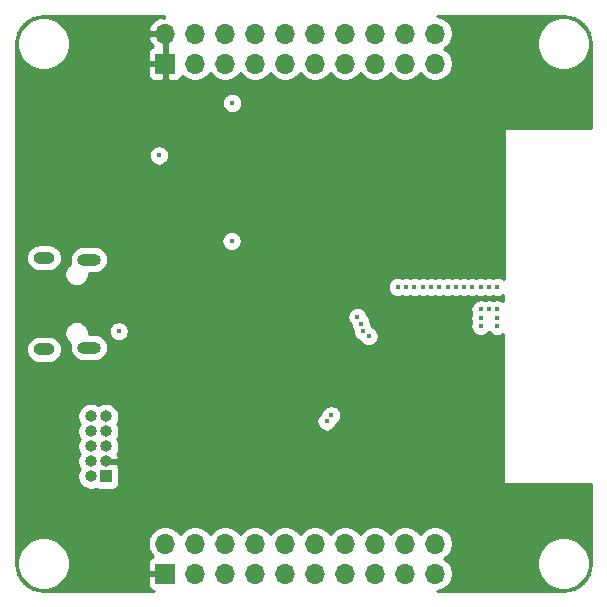
<source format=gbr>
%TF.GenerationSoftware,KiCad,Pcbnew,(5.1.12-1-10_14)*%
%TF.CreationDate,2022-01-30T11:33:22+08:00*%
%TF.ProjectId,nrf51822_devboard,6e726635-3138-4323-925f-646576626f61,rev?*%
%TF.SameCoordinates,Original*%
%TF.FileFunction,Copper,L3,Inr*%
%TF.FilePolarity,Positive*%
%FSLAX46Y46*%
G04 Gerber Fmt 4.6, Leading zero omitted, Abs format (unit mm)*
G04 Created by KiCad (PCBNEW (5.1.12-1-10_14)) date 2022-01-30 11:33:22*
%MOMM*%
%LPD*%
G01*
G04 APERTURE LIST*
%TA.AperFunction,ComponentPad*%
%ADD10O,1.700000X1.700000*%
%TD*%
%TA.AperFunction,ComponentPad*%
%ADD11R,1.700000X1.700000*%
%TD*%
%TA.AperFunction,ComponentPad*%
%ADD12O,1.800000X1.000000*%
%TD*%
%TA.AperFunction,ComponentPad*%
%ADD13O,2.000000X1.000000*%
%TD*%
%TA.AperFunction,ComponentPad*%
%ADD14O,1.000000X1.000000*%
%TD*%
%TA.AperFunction,ComponentPad*%
%ADD15R,1.000000X1.000000*%
%TD*%
%TA.AperFunction,ViaPad*%
%ADD16C,0.450000*%
%TD*%
%TA.AperFunction,Conductor*%
%ADD17C,0.254000*%
%TD*%
%TA.AperFunction,Conductor*%
%ADD18C,0.100000*%
%TD*%
G04 APERTURE END LIST*
D10*
%TO.N,GND*%
%TO.C,J3*%
X136150000Y-52140000D03*
X136150000Y-54680000D03*
X133610000Y-52140000D03*
X133610000Y-54680000D03*
%TO.N,P0.17*%
X131070000Y-52140000D03*
%TO.N,P0.18*%
X131070000Y-54680000D03*
%TO.N,P0.19*%
X128530000Y-52140000D03*
%TO.N,P0.20*%
X128530000Y-54680000D03*
%TO.N,P0.21*%
X125990000Y-52140000D03*
%TO.N,P0.22*%
X125990000Y-54680000D03*
%TO.N,P0.23*%
X123450000Y-52140000D03*
%TO.N,P0.24*%
X123450000Y-54680000D03*
%TO.N,P0.25*%
X120910000Y-52140000D03*
%TO.N,P0.26*%
X120910000Y-54680000D03*
%TO.N,P0.27*%
X118370000Y-52140000D03*
%TO.N,P0.28*%
X118370000Y-54680000D03*
%TO.N,P0.29*%
X115830000Y-52140000D03*
%TO.N,P0.30*%
X115830000Y-54680000D03*
%TO.N,+3V3*%
X113290000Y-52140000D03*
D11*
X113290000Y-54680000D03*
%TD*%
D10*
%TO.N,GND*%
%TO.C,J2*%
X136150000Y-95320000D03*
X136150000Y-97860000D03*
%TO.N,P0.16*%
X133610000Y-95320000D03*
%TO.N,P0.15*%
X133610000Y-97860000D03*
%TO.N,P0.14*%
X131070000Y-95320000D03*
%TO.N,P0.13*%
X131070000Y-97860000D03*
%TO.N,P0.12*%
X128530000Y-95320000D03*
%TO.N,P0.11*%
X128530000Y-97860000D03*
%TO.N,P0.10*%
X125990000Y-95320000D03*
%TO.N,P0.9*%
X125990000Y-97860000D03*
%TO.N,P0.8*%
X123450000Y-95320000D03*
%TO.N,P0.7*%
X123450000Y-97860000D03*
%TO.N,P0.6*%
X120910000Y-95320000D03*
%TO.N,P0.5*%
X120910000Y-97860000D03*
%TO.N,P0.4*%
X118370000Y-95320000D03*
%TO.N,P0.3*%
X118370000Y-97860000D03*
%TO.N,P0.2*%
X115830000Y-95320000D03*
%TO.N,P0.1*%
X115830000Y-97860000D03*
%TO.N,P0.0*%
X113290000Y-95320000D03*
D11*
%TO.N,+3V3*%
X113290000Y-97860000D03*
%TD*%
D12*
%TO.N,Net-(J1-Pad0)*%
%TO.C,J1*%
X103050000Y-78875000D03*
X103050000Y-71125000D03*
D13*
X106850000Y-78725000D03*
X106850000Y-71275000D03*
%TD*%
D14*
%TO.N,GND*%
%TO.C,CON1*%
X108275000Y-84550000D03*
%TO.N,P0.4*%
X107005000Y-84550000D03*
%TO.N,SWCLK*%
X108275000Y-85820000D03*
%TO.N,P0.5*%
X107005000Y-85820000D03*
%TO.N,SWDIO*%
X108275000Y-87090000D03*
%TO.N,GND*%
X107005000Y-87090000D03*
%TO.N,+3V3*%
X108275000Y-88360000D03*
%TO.N,N/C*%
X107005000Y-88360000D03*
X107005000Y-89630000D03*
D15*
X108275000Y-89630000D03*
%TD*%
D16*
%TO.N,GND*%
X118910000Y-69700000D03*
X118960000Y-58000000D03*
X109360000Y-77350000D03*
X141400000Y-73600000D03*
X140700000Y-73600000D03*
X140000000Y-73600000D03*
X139300000Y-73600000D03*
X138600000Y-73600000D03*
X137900000Y-73600000D03*
X137200000Y-73600000D03*
X136500000Y-73600000D03*
X135800000Y-73600000D03*
X135100000Y-73600000D03*
X134400000Y-73600000D03*
X133700000Y-73600000D03*
X133000000Y-73600000D03*
X141400000Y-75500000D03*
X140700000Y-75500000D03*
X140000000Y-75500000D03*
X140000000Y-76200000D03*
X140000000Y-76900000D03*
X141400000Y-76200000D03*
X141400000Y-76900000D03*
X112760000Y-62460000D03*
%TO.N,+3V3*%
X121140000Y-81120000D03*
X116040000Y-81220000D03*
X120380000Y-72770000D03*
X128660000Y-71620000D03*
%TO.N,SWCLK*%
X127353590Y-84462710D03*
%TO.N,SWDIO*%
X126960000Y-84980000D03*
%TO.N,P0.20*%
X129570000Y-76125000D03*
%TO.N,P0.19*%
X129850137Y-76711537D03*
%TO.N,P0.18*%
X130030933Y-77335889D03*
%TO.N,P0.17*%
X130511102Y-77773998D03*
%TD*%
D17*
%TO.N,+3V3*%
X113162998Y-50819844D02*
X112933110Y-50698524D01*
X112785901Y-50743175D01*
X112523080Y-50868359D01*
X112289731Y-51042412D01*
X112094822Y-51258645D01*
X111945843Y-51508748D01*
X111848519Y-51783109D01*
X111969186Y-52013000D01*
X113163000Y-52013000D01*
X113163000Y-51993000D01*
X113417000Y-51993000D01*
X113417000Y-52013000D01*
X113437000Y-52013000D01*
X113437000Y-52267000D01*
X113417000Y-52267000D01*
X113417000Y-54553000D01*
X113437000Y-54553000D01*
X113437000Y-54807000D01*
X113417000Y-54807000D01*
X113417000Y-56006250D01*
X113575750Y-56165000D01*
X114140000Y-56168072D01*
X114264482Y-56155812D01*
X114384180Y-56119502D01*
X114494494Y-56060537D01*
X114591185Y-55981185D01*
X114670537Y-55884494D01*
X114729502Y-55774180D01*
X114751513Y-55701620D01*
X114883368Y-55833475D01*
X115126589Y-55995990D01*
X115396842Y-56107932D01*
X115683740Y-56165000D01*
X115976260Y-56165000D01*
X116263158Y-56107932D01*
X116533411Y-55995990D01*
X116776632Y-55833475D01*
X116983475Y-55626632D01*
X117100000Y-55452240D01*
X117216525Y-55626632D01*
X117423368Y-55833475D01*
X117666589Y-55995990D01*
X117936842Y-56107932D01*
X118223740Y-56165000D01*
X118516260Y-56165000D01*
X118803158Y-56107932D01*
X119073411Y-55995990D01*
X119316632Y-55833475D01*
X119523475Y-55626632D01*
X119640000Y-55452240D01*
X119756525Y-55626632D01*
X119963368Y-55833475D01*
X120206589Y-55995990D01*
X120476842Y-56107932D01*
X120763740Y-56165000D01*
X121056260Y-56165000D01*
X121343158Y-56107932D01*
X121613411Y-55995990D01*
X121856632Y-55833475D01*
X122063475Y-55626632D01*
X122180000Y-55452240D01*
X122296525Y-55626632D01*
X122503368Y-55833475D01*
X122746589Y-55995990D01*
X123016842Y-56107932D01*
X123303740Y-56165000D01*
X123596260Y-56165000D01*
X123883158Y-56107932D01*
X124153411Y-55995990D01*
X124396632Y-55833475D01*
X124603475Y-55626632D01*
X124720000Y-55452240D01*
X124836525Y-55626632D01*
X125043368Y-55833475D01*
X125286589Y-55995990D01*
X125556842Y-56107932D01*
X125843740Y-56165000D01*
X126136260Y-56165000D01*
X126423158Y-56107932D01*
X126693411Y-55995990D01*
X126936632Y-55833475D01*
X127143475Y-55626632D01*
X127260000Y-55452240D01*
X127376525Y-55626632D01*
X127583368Y-55833475D01*
X127826589Y-55995990D01*
X128096842Y-56107932D01*
X128383740Y-56165000D01*
X128676260Y-56165000D01*
X128963158Y-56107932D01*
X129233411Y-55995990D01*
X129476632Y-55833475D01*
X129683475Y-55626632D01*
X129800000Y-55452240D01*
X129916525Y-55626632D01*
X130123368Y-55833475D01*
X130366589Y-55995990D01*
X130636842Y-56107932D01*
X130923740Y-56165000D01*
X131216260Y-56165000D01*
X131503158Y-56107932D01*
X131773411Y-55995990D01*
X132016632Y-55833475D01*
X132223475Y-55626632D01*
X132340000Y-55452240D01*
X132456525Y-55626632D01*
X132663368Y-55833475D01*
X132906589Y-55995990D01*
X133176842Y-56107932D01*
X133463740Y-56165000D01*
X133756260Y-56165000D01*
X134043158Y-56107932D01*
X134313411Y-55995990D01*
X134556632Y-55833475D01*
X134763475Y-55626632D01*
X134880000Y-55452240D01*
X134996525Y-55626632D01*
X135203368Y-55833475D01*
X135446589Y-55995990D01*
X135716842Y-56107932D01*
X136003740Y-56165000D01*
X136296260Y-56165000D01*
X136583158Y-56107932D01*
X136853411Y-55995990D01*
X137096632Y-55833475D01*
X137303475Y-55626632D01*
X137465990Y-55383411D01*
X137577932Y-55113158D01*
X137635000Y-54826260D01*
X137635000Y-54533740D01*
X137577932Y-54246842D01*
X137465990Y-53976589D01*
X137303475Y-53733368D01*
X137096632Y-53526525D01*
X136922240Y-53410000D01*
X137096632Y-53293475D01*
X137303475Y-53086632D01*
X137465990Y-52843411D01*
X137492308Y-52779872D01*
X144765000Y-52779872D01*
X144765000Y-53220128D01*
X144850890Y-53651925D01*
X145019369Y-54058669D01*
X145263962Y-54424729D01*
X145575271Y-54736038D01*
X145941331Y-54980631D01*
X146348075Y-55149110D01*
X146779872Y-55235000D01*
X147220128Y-55235000D01*
X147651925Y-55149110D01*
X148058669Y-54980631D01*
X148424729Y-54736038D01*
X148736038Y-54424729D01*
X148980631Y-54058669D01*
X149149110Y-53651925D01*
X149235000Y-53220128D01*
X149235000Y-52779872D01*
X149149110Y-52348075D01*
X148980631Y-51941331D01*
X148736038Y-51575271D01*
X148424729Y-51263962D01*
X148058669Y-51019369D01*
X147651925Y-50850890D01*
X147220128Y-50765000D01*
X146779872Y-50765000D01*
X146348075Y-50850890D01*
X145941331Y-51019369D01*
X145575271Y-51263962D01*
X145263962Y-51575271D01*
X145019369Y-51941331D01*
X144850890Y-52348075D01*
X144765000Y-52779872D01*
X137492308Y-52779872D01*
X137577932Y-52573158D01*
X137635000Y-52286260D01*
X137635000Y-51993740D01*
X137577932Y-51706842D01*
X137465990Y-51436589D01*
X137303475Y-51193368D01*
X137096632Y-50986525D01*
X136853411Y-50824010D01*
X136583158Y-50712068D01*
X136321397Y-50660000D01*
X146967721Y-50660000D01*
X147453893Y-50707670D01*
X147890498Y-50839489D01*
X148293185Y-51053600D01*
X148646612Y-51341848D01*
X148937327Y-51693261D01*
X149154242Y-52094439D01*
X149289106Y-52530113D01*
X149340000Y-53014344D01*
X149340000Y-60152146D01*
X142112047Y-60152146D01*
X142087688Y-60154504D01*
X142063840Y-60161651D01*
X142041844Y-60173314D01*
X142022546Y-60189043D01*
X142006687Y-60208235D01*
X141994878Y-60230152D01*
X141987571Y-60253952D01*
X141985048Y-60278721D01*
X141942671Y-72928289D01*
X141807363Y-72837878D01*
X141650853Y-72773049D01*
X141484703Y-72740000D01*
X141315297Y-72740000D01*
X141149147Y-72773049D01*
X141050000Y-72814117D01*
X140950853Y-72773049D01*
X140784703Y-72740000D01*
X140615297Y-72740000D01*
X140449147Y-72773049D01*
X140350000Y-72814117D01*
X140250853Y-72773049D01*
X140084703Y-72740000D01*
X139915297Y-72740000D01*
X139749147Y-72773049D01*
X139650000Y-72814117D01*
X139550853Y-72773049D01*
X139384703Y-72740000D01*
X139215297Y-72740000D01*
X139049147Y-72773049D01*
X138950000Y-72814117D01*
X138850853Y-72773049D01*
X138684703Y-72740000D01*
X138515297Y-72740000D01*
X138349147Y-72773049D01*
X138250000Y-72814117D01*
X138150853Y-72773049D01*
X137984703Y-72740000D01*
X137815297Y-72740000D01*
X137649147Y-72773049D01*
X137550000Y-72814117D01*
X137450853Y-72773049D01*
X137284703Y-72740000D01*
X137115297Y-72740000D01*
X136949147Y-72773049D01*
X136850000Y-72814117D01*
X136750853Y-72773049D01*
X136584703Y-72740000D01*
X136415297Y-72740000D01*
X136249147Y-72773049D01*
X136150000Y-72814117D01*
X136050853Y-72773049D01*
X135884703Y-72740000D01*
X135715297Y-72740000D01*
X135549147Y-72773049D01*
X135450000Y-72814117D01*
X135350853Y-72773049D01*
X135184703Y-72740000D01*
X135015297Y-72740000D01*
X134849147Y-72773049D01*
X134750000Y-72814117D01*
X134650853Y-72773049D01*
X134484703Y-72740000D01*
X134315297Y-72740000D01*
X134149147Y-72773049D01*
X134050000Y-72814117D01*
X133950853Y-72773049D01*
X133784703Y-72740000D01*
X133615297Y-72740000D01*
X133449147Y-72773049D01*
X133350000Y-72814117D01*
X133250853Y-72773049D01*
X133084703Y-72740000D01*
X132915297Y-72740000D01*
X132749147Y-72773049D01*
X132592637Y-72837878D01*
X132451782Y-72931995D01*
X132331995Y-73051782D01*
X132237878Y-73192637D01*
X132173049Y-73349147D01*
X132140000Y-73515297D01*
X132140000Y-73684703D01*
X132173049Y-73850853D01*
X132237878Y-74007363D01*
X132331995Y-74148218D01*
X132451782Y-74268005D01*
X132592637Y-74362122D01*
X132749147Y-74426951D01*
X132915297Y-74460000D01*
X133084703Y-74460000D01*
X133250853Y-74426951D01*
X133350000Y-74385883D01*
X133449147Y-74426951D01*
X133615297Y-74460000D01*
X133784703Y-74460000D01*
X133950853Y-74426951D01*
X134050000Y-74385883D01*
X134149147Y-74426951D01*
X134315297Y-74460000D01*
X134484703Y-74460000D01*
X134650853Y-74426951D01*
X134750000Y-74385883D01*
X134849147Y-74426951D01*
X135015297Y-74460000D01*
X135184703Y-74460000D01*
X135350853Y-74426951D01*
X135450000Y-74385883D01*
X135549147Y-74426951D01*
X135715297Y-74460000D01*
X135884703Y-74460000D01*
X136050853Y-74426951D01*
X136150000Y-74385883D01*
X136249147Y-74426951D01*
X136415297Y-74460000D01*
X136584703Y-74460000D01*
X136750853Y-74426951D01*
X136850000Y-74385883D01*
X136949147Y-74426951D01*
X137115297Y-74460000D01*
X137284703Y-74460000D01*
X137450853Y-74426951D01*
X137550000Y-74385883D01*
X137649147Y-74426951D01*
X137815297Y-74460000D01*
X137984703Y-74460000D01*
X138150853Y-74426951D01*
X138250000Y-74385883D01*
X138349147Y-74426951D01*
X138515297Y-74460000D01*
X138684703Y-74460000D01*
X138850853Y-74426951D01*
X138950000Y-74385883D01*
X139049147Y-74426951D01*
X139215297Y-74460000D01*
X139384703Y-74460000D01*
X139550853Y-74426951D01*
X139650000Y-74385883D01*
X139749147Y-74426951D01*
X139915297Y-74460000D01*
X140084703Y-74460000D01*
X140250853Y-74426951D01*
X140350000Y-74385883D01*
X140449147Y-74426951D01*
X140615297Y-74460000D01*
X140784703Y-74460000D01*
X140950853Y-74426951D01*
X141050000Y-74385883D01*
X141149147Y-74426951D01*
X141315297Y-74460000D01*
X141484703Y-74460000D01*
X141650853Y-74426951D01*
X141807363Y-74362122D01*
X141938160Y-74274725D01*
X141936320Y-74824045D01*
X141807363Y-74737878D01*
X141650853Y-74673049D01*
X141484703Y-74640000D01*
X141315297Y-74640000D01*
X141149147Y-74673049D01*
X141050000Y-74714117D01*
X140950853Y-74673049D01*
X140784703Y-74640000D01*
X140615297Y-74640000D01*
X140449147Y-74673049D01*
X140350000Y-74714117D01*
X140250853Y-74673049D01*
X140084703Y-74640000D01*
X139915297Y-74640000D01*
X139749147Y-74673049D01*
X139592637Y-74737878D01*
X139451782Y-74831995D01*
X139331995Y-74951782D01*
X139237878Y-75092637D01*
X139173049Y-75249147D01*
X139140000Y-75415297D01*
X139140000Y-75584703D01*
X139173049Y-75750853D01*
X139214117Y-75850000D01*
X139173049Y-75949147D01*
X139140000Y-76115297D01*
X139140000Y-76284703D01*
X139173049Y-76450853D01*
X139214117Y-76550000D01*
X139173049Y-76649147D01*
X139140000Y-76815297D01*
X139140000Y-76984703D01*
X139173049Y-77150853D01*
X139237878Y-77307363D01*
X139331995Y-77448218D01*
X139451782Y-77568005D01*
X139592637Y-77662122D01*
X139749147Y-77726951D01*
X139915297Y-77760000D01*
X140084703Y-77760000D01*
X140250853Y-77726951D01*
X140407363Y-77662122D01*
X140548218Y-77568005D01*
X140668005Y-77448218D01*
X140700000Y-77400334D01*
X140731995Y-77448218D01*
X140851782Y-77568005D01*
X140992637Y-77662122D01*
X141149147Y-77726951D01*
X141315297Y-77760000D01*
X141484703Y-77760000D01*
X141650853Y-77726951D01*
X141807363Y-77662122D01*
X141927080Y-77582129D01*
X141885048Y-90128721D01*
X141887536Y-90154168D01*
X141894810Y-90177978D01*
X141906589Y-90199911D01*
X141922421Y-90219125D01*
X141941698Y-90234881D01*
X141963677Y-90246574D01*
X141987516Y-90253754D01*
X142012297Y-90256146D01*
X149340001Y-90241721D01*
X149340001Y-96967711D01*
X149292330Y-97453894D01*
X149160512Y-97890497D01*
X148946399Y-98293186D01*
X148658150Y-98646613D01*
X148306739Y-98937327D01*
X147905564Y-99154240D01*
X147469886Y-99289106D01*
X146985664Y-99340000D01*
X136321397Y-99340000D01*
X136583158Y-99287932D01*
X136853411Y-99175990D01*
X137096632Y-99013475D01*
X137303475Y-98806632D01*
X137465990Y-98563411D01*
X137577932Y-98293158D01*
X137635000Y-98006260D01*
X137635000Y-97713740D01*
X137577932Y-97426842D01*
X137465990Y-97156589D01*
X137303475Y-96913368D01*
X137169979Y-96779872D01*
X144765000Y-96779872D01*
X144765000Y-97220128D01*
X144850890Y-97651925D01*
X145019369Y-98058669D01*
X145263962Y-98424729D01*
X145575271Y-98736038D01*
X145941331Y-98980631D01*
X146348075Y-99149110D01*
X146779872Y-99235000D01*
X147220128Y-99235000D01*
X147651925Y-99149110D01*
X148058669Y-98980631D01*
X148424729Y-98736038D01*
X148736038Y-98424729D01*
X148980631Y-98058669D01*
X149149110Y-97651925D01*
X149235000Y-97220128D01*
X149235000Y-96779872D01*
X149149110Y-96348075D01*
X148980631Y-95941331D01*
X148736038Y-95575271D01*
X148424729Y-95263962D01*
X148058669Y-95019369D01*
X147651925Y-94850890D01*
X147220128Y-94765000D01*
X146779872Y-94765000D01*
X146348075Y-94850890D01*
X145941331Y-95019369D01*
X145575271Y-95263962D01*
X145263962Y-95575271D01*
X145019369Y-95941331D01*
X144850890Y-96348075D01*
X144765000Y-96779872D01*
X137169979Y-96779872D01*
X137096632Y-96706525D01*
X136922240Y-96590000D01*
X137096632Y-96473475D01*
X137303475Y-96266632D01*
X137465990Y-96023411D01*
X137577932Y-95753158D01*
X137635000Y-95466260D01*
X137635000Y-95173740D01*
X137577932Y-94886842D01*
X137465990Y-94616589D01*
X137303475Y-94373368D01*
X137096632Y-94166525D01*
X136853411Y-94004010D01*
X136583158Y-93892068D01*
X136296260Y-93835000D01*
X136003740Y-93835000D01*
X135716842Y-93892068D01*
X135446589Y-94004010D01*
X135203368Y-94166525D01*
X134996525Y-94373368D01*
X134880000Y-94547760D01*
X134763475Y-94373368D01*
X134556632Y-94166525D01*
X134313411Y-94004010D01*
X134043158Y-93892068D01*
X133756260Y-93835000D01*
X133463740Y-93835000D01*
X133176842Y-93892068D01*
X132906589Y-94004010D01*
X132663368Y-94166525D01*
X132456525Y-94373368D01*
X132340000Y-94547760D01*
X132223475Y-94373368D01*
X132016632Y-94166525D01*
X131773411Y-94004010D01*
X131503158Y-93892068D01*
X131216260Y-93835000D01*
X130923740Y-93835000D01*
X130636842Y-93892068D01*
X130366589Y-94004010D01*
X130123368Y-94166525D01*
X129916525Y-94373368D01*
X129800000Y-94547760D01*
X129683475Y-94373368D01*
X129476632Y-94166525D01*
X129233411Y-94004010D01*
X128963158Y-93892068D01*
X128676260Y-93835000D01*
X128383740Y-93835000D01*
X128096842Y-93892068D01*
X127826589Y-94004010D01*
X127583368Y-94166525D01*
X127376525Y-94373368D01*
X127260000Y-94547760D01*
X127143475Y-94373368D01*
X126936632Y-94166525D01*
X126693411Y-94004010D01*
X126423158Y-93892068D01*
X126136260Y-93835000D01*
X125843740Y-93835000D01*
X125556842Y-93892068D01*
X125286589Y-94004010D01*
X125043368Y-94166525D01*
X124836525Y-94373368D01*
X124720000Y-94547760D01*
X124603475Y-94373368D01*
X124396632Y-94166525D01*
X124153411Y-94004010D01*
X123883158Y-93892068D01*
X123596260Y-93835000D01*
X123303740Y-93835000D01*
X123016842Y-93892068D01*
X122746589Y-94004010D01*
X122503368Y-94166525D01*
X122296525Y-94373368D01*
X122180000Y-94547760D01*
X122063475Y-94373368D01*
X121856632Y-94166525D01*
X121613411Y-94004010D01*
X121343158Y-93892068D01*
X121056260Y-93835000D01*
X120763740Y-93835000D01*
X120476842Y-93892068D01*
X120206589Y-94004010D01*
X119963368Y-94166525D01*
X119756525Y-94373368D01*
X119640000Y-94547760D01*
X119523475Y-94373368D01*
X119316632Y-94166525D01*
X119073411Y-94004010D01*
X118803158Y-93892068D01*
X118516260Y-93835000D01*
X118223740Y-93835000D01*
X117936842Y-93892068D01*
X117666589Y-94004010D01*
X117423368Y-94166525D01*
X117216525Y-94373368D01*
X117100000Y-94547760D01*
X116983475Y-94373368D01*
X116776632Y-94166525D01*
X116533411Y-94004010D01*
X116263158Y-93892068D01*
X115976260Y-93835000D01*
X115683740Y-93835000D01*
X115396842Y-93892068D01*
X115126589Y-94004010D01*
X114883368Y-94166525D01*
X114676525Y-94373368D01*
X114560000Y-94547760D01*
X114443475Y-94373368D01*
X114236632Y-94166525D01*
X113993411Y-94004010D01*
X113723158Y-93892068D01*
X113436260Y-93835000D01*
X113143740Y-93835000D01*
X112856842Y-93892068D01*
X112586589Y-94004010D01*
X112343368Y-94166525D01*
X112136525Y-94373368D01*
X111974010Y-94616589D01*
X111862068Y-94886842D01*
X111805000Y-95173740D01*
X111805000Y-95466260D01*
X111862068Y-95753158D01*
X111974010Y-96023411D01*
X112136525Y-96266632D01*
X112268380Y-96398487D01*
X112195820Y-96420498D01*
X112085506Y-96479463D01*
X111988815Y-96558815D01*
X111909463Y-96655506D01*
X111850498Y-96765820D01*
X111814188Y-96885518D01*
X111801928Y-97010000D01*
X111805000Y-97574250D01*
X111963750Y-97733000D01*
X113163000Y-97733000D01*
X113163000Y-97713000D01*
X113417000Y-97713000D01*
X113417000Y-97733000D01*
X113437000Y-97733000D01*
X113437000Y-97987000D01*
X113417000Y-97987000D01*
X113417000Y-98007000D01*
X113163000Y-98007000D01*
X113163000Y-97987000D01*
X111963750Y-97987000D01*
X111805000Y-98145750D01*
X111801928Y-98710000D01*
X111814188Y-98834482D01*
X111850498Y-98954180D01*
X111909463Y-99064494D01*
X111988815Y-99161185D01*
X112085506Y-99240537D01*
X112195820Y-99299502D01*
X112315518Y-99335812D01*
X112358041Y-99340000D01*
X103032279Y-99340000D01*
X102546106Y-99292330D01*
X102109503Y-99160512D01*
X101706814Y-98946399D01*
X101353387Y-98658150D01*
X101062673Y-98306739D01*
X100845760Y-97905564D01*
X100710894Y-97469886D01*
X100660000Y-96985664D01*
X100660000Y-96779872D01*
X100765000Y-96779872D01*
X100765000Y-97220128D01*
X100850890Y-97651925D01*
X101019369Y-98058669D01*
X101263962Y-98424729D01*
X101575271Y-98736038D01*
X101941331Y-98980631D01*
X102348075Y-99149110D01*
X102779872Y-99235000D01*
X103220128Y-99235000D01*
X103651925Y-99149110D01*
X104058669Y-98980631D01*
X104424729Y-98736038D01*
X104736038Y-98424729D01*
X104980631Y-98058669D01*
X105149110Y-97651925D01*
X105235000Y-97220128D01*
X105235000Y-96779872D01*
X105149110Y-96348075D01*
X104980631Y-95941331D01*
X104736038Y-95575271D01*
X104424729Y-95263962D01*
X104058669Y-95019369D01*
X103651925Y-94850890D01*
X103220128Y-94765000D01*
X102779872Y-94765000D01*
X102348075Y-94850890D01*
X101941331Y-95019369D01*
X101575271Y-95263962D01*
X101263962Y-95575271D01*
X101019369Y-95941331D01*
X100850890Y-96348075D01*
X100765000Y-96779872D01*
X100660000Y-96779872D01*
X100660000Y-84438212D01*
X105870000Y-84438212D01*
X105870000Y-84661788D01*
X105913617Y-84881067D01*
X105999176Y-85087624D01*
X106064241Y-85185000D01*
X105999176Y-85282376D01*
X105913617Y-85488933D01*
X105870000Y-85708212D01*
X105870000Y-85931788D01*
X105913617Y-86151067D01*
X105999176Y-86357624D01*
X106064241Y-86455000D01*
X105999176Y-86552376D01*
X105913617Y-86758933D01*
X105870000Y-86978212D01*
X105870000Y-87201788D01*
X105913617Y-87421067D01*
X105999176Y-87627624D01*
X106064241Y-87725000D01*
X105999176Y-87822376D01*
X105913617Y-88028933D01*
X105870000Y-88248212D01*
X105870000Y-88471788D01*
X105913617Y-88691067D01*
X105999176Y-88897624D01*
X106064241Y-88995000D01*
X105999176Y-89092376D01*
X105913617Y-89298933D01*
X105870000Y-89518212D01*
X105870000Y-89741788D01*
X105913617Y-89961067D01*
X105999176Y-90167624D01*
X106123388Y-90353520D01*
X106281480Y-90511612D01*
X106467376Y-90635824D01*
X106673933Y-90721383D01*
X106893212Y-90765000D01*
X107116788Y-90765000D01*
X107336067Y-90721383D01*
X107447774Y-90675112D01*
X107530820Y-90719502D01*
X107650518Y-90755812D01*
X107775000Y-90768072D01*
X108775000Y-90768072D01*
X108899482Y-90755812D01*
X109019180Y-90719502D01*
X109129494Y-90660537D01*
X109226185Y-90581185D01*
X109305537Y-90484494D01*
X109364502Y-90374180D01*
X109400812Y-90254482D01*
X109413072Y-90130000D01*
X109413072Y-89130000D01*
X109400812Y-89005518D01*
X109364502Y-88885820D01*
X109316930Y-88796820D01*
X109352446Y-88716864D01*
X109369119Y-88661874D01*
X109242954Y-88487000D01*
X108402000Y-88487000D01*
X108402000Y-88491928D01*
X108148000Y-88491928D01*
X108148000Y-88487000D01*
X108136974Y-88487000D01*
X108140000Y-88471788D01*
X108140000Y-88248212D01*
X108136974Y-88233000D01*
X108148000Y-88233000D01*
X108148000Y-88221974D01*
X108163212Y-88225000D01*
X108386788Y-88225000D01*
X108402000Y-88221974D01*
X108402000Y-88233000D01*
X109242954Y-88233000D01*
X109369119Y-88058126D01*
X109352446Y-88003136D01*
X109262123Y-87799794D01*
X109212647Y-87729658D01*
X109280824Y-87627624D01*
X109366383Y-87421067D01*
X109410000Y-87201788D01*
X109410000Y-86978212D01*
X109366383Y-86758933D01*
X109280824Y-86552376D01*
X109215759Y-86455000D01*
X109280824Y-86357624D01*
X109366383Y-86151067D01*
X109410000Y-85931788D01*
X109410000Y-85708212D01*
X109366383Y-85488933D01*
X109280824Y-85282376D01*
X109215759Y-85185000D01*
X109280824Y-85087624D01*
X109360488Y-84895297D01*
X126100000Y-84895297D01*
X126100000Y-85064703D01*
X126133049Y-85230853D01*
X126197878Y-85387363D01*
X126291995Y-85528218D01*
X126411782Y-85648005D01*
X126552637Y-85742122D01*
X126709147Y-85806951D01*
X126875297Y-85840000D01*
X127044703Y-85840000D01*
X127210853Y-85806951D01*
X127367363Y-85742122D01*
X127508218Y-85648005D01*
X127628005Y-85528218D01*
X127722122Y-85387363D01*
X127786951Y-85230853D01*
X127792317Y-85203875D01*
X127901808Y-85130715D01*
X128021595Y-85010928D01*
X128115712Y-84870073D01*
X128180541Y-84713563D01*
X128213590Y-84547413D01*
X128213590Y-84378007D01*
X128180541Y-84211857D01*
X128115712Y-84055347D01*
X128021595Y-83914492D01*
X127901808Y-83794705D01*
X127760953Y-83700588D01*
X127604443Y-83635759D01*
X127438293Y-83602710D01*
X127268887Y-83602710D01*
X127102737Y-83635759D01*
X126946227Y-83700588D01*
X126805372Y-83794705D01*
X126685585Y-83914492D01*
X126591468Y-84055347D01*
X126526639Y-84211857D01*
X126521273Y-84238835D01*
X126411782Y-84311995D01*
X126291995Y-84431782D01*
X126197878Y-84572637D01*
X126133049Y-84729147D01*
X126100000Y-84895297D01*
X109360488Y-84895297D01*
X109366383Y-84881067D01*
X109410000Y-84661788D01*
X109410000Y-84438212D01*
X109366383Y-84218933D01*
X109280824Y-84012376D01*
X109156612Y-83826480D01*
X108998520Y-83668388D01*
X108812624Y-83544176D01*
X108606067Y-83458617D01*
X108386788Y-83415000D01*
X108163212Y-83415000D01*
X107943933Y-83458617D01*
X107737376Y-83544176D01*
X107640000Y-83609241D01*
X107542624Y-83544176D01*
X107336067Y-83458617D01*
X107116788Y-83415000D01*
X106893212Y-83415000D01*
X106673933Y-83458617D01*
X106467376Y-83544176D01*
X106281480Y-83668388D01*
X106123388Y-83826480D01*
X105999176Y-84012376D01*
X105913617Y-84218933D01*
X105870000Y-84438212D01*
X100660000Y-84438212D01*
X100660000Y-78875000D01*
X101509509Y-78875000D01*
X101531423Y-79097499D01*
X101596324Y-79311447D01*
X101701716Y-79508623D01*
X101843551Y-79681449D01*
X102016377Y-79823284D01*
X102213553Y-79928676D01*
X102427501Y-79993577D01*
X102594248Y-80010000D01*
X103505752Y-80010000D01*
X103672499Y-79993577D01*
X103886447Y-79928676D01*
X104083623Y-79823284D01*
X104256449Y-79681449D01*
X104398284Y-79508623D01*
X104503676Y-79311447D01*
X104568577Y-79097499D01*
X104590491Y-78875000D01*
X104568577Y-78652501D01*
X104503676Y-78438553D01*
X104398284Y-78241377D01*
X104256449Y-78068551D01*
X104083623Y-77926716D01*
X103886447Y-77821324D01*
X103672499Y-77756423D01*
X103505752Y-77740000D01*
X102594248Y-77740000D01*
X102427501Y-77756423D01*
X102213553Y-77821324D01*
X102016377Y-77926716D01*
X101843551Y-78068551D01*
X101701716Y-78241377D01*
X101596324Y-78438553D01*
X101531423Y-78652501D01*
X101509509Y-78875000D01*
X100660000Y-78875000D01*
X100660000Y-77398061D01*
X104765000Y-77398061D01*
X104765000Y-77601939D01*
X104804774Y-77801898D01*
X104882795Y-77990256D01*
X104996063Y-78159774D01*
X105140226Y-78303937D01*
X105266136Y-78388067D01*
X105231423Y-78502501D01*
X105209509Y-78725000D01*
X105231423Y-78947499D01*
X105296324Y-79161447D01*
X105401716Y-79358623D01*
X105543551Y-79531449D01*
X105716377Y-79673284D01*
X105913553Y-79778676D01*
X106127501Y-79843577D01*
X106294248Y-79860000D01*
X107405752Y-79860000D01*
X107572499Y-79843577D01*
X107786447Y-79778676D01*
X107983623Y-79673284D01*
X108156449Y-79531449D01*
X108298284Y-79358623D01*
X108403676Y-79161447D01*
X108468577Y-78947499D01*
X108490491Y-78725000D01*
X108468577Y-78502501D01*
X108403676Y-78288553D01*
X108298284Y-78091377D01*
X108156449Y-77918551D01*
X107983623Y-77776716D01*
X107786447Y-77671324D01*
X107572499Y-77606423D01*
X107405752Y-77590000D01*
X106835000Y-77590000D01*
X106835000Y-77398061D01*
X106808592Y-77265297D01*
X108500000Y-77265297D01*
X108500000Y-77434703D01*
X108533049Y-77600853D01*
X108597878Y-77757363D01*
X108691995Y-77898218D01*
X108811782Y-78018005D01*
X108952637Y-78112122D01*
X109109147Y-78176951D01*
X109275297Y-78210000D01*
X109444703Y-78210000D01*
X109610853Y-78176951D01*
X109767363Y-78112122D01*
X109908218Y-78018005D01*
X110028005Y-77898218D01*
X110122122Y-77757363D01*
X110186951Y-77600853D01*
X110220000Y-77434703D01*
X110220000Y-77265297D01*
X110186951Y-77099147D01*
X110122122Y-76942637D01*
X110028005Y-76801782D01*
X109908218Y-76681995D01*
X109767363Y-76587878D01*
X109610853Y-76523049D01*
X109444703Y-76490000D01*
X109275297Y-76490000D01*
X109109147Y-76523049D01*
X108952637Y-76587878D01*
X108811782Y-76681995D01*
X108691995Y-76801782D01*
X108597878Y-76942637D01*
X108533049Y-77099147D01*
X108500000Y-77265297D01*
X106808592Y-77265297D01*
X106795226Y-77198102D01*
X106717205Y-77009744D01*
X106603937Y-76840226D01*
X106459774Y-76696063D01*
X106290256Y-76582795D01*
X106101898Y-76504774D01*
X105901939Y-76465000D01*
X105698061Y-76465000D01*
X105498102Y-76504774D01*
X105309744Y-76582795D01*
X105140226Y-76696063D01*
X104996063Y-76840226D01*
X104882795Y-77009744D01*
X104804774Y-77198102D01*
X104765000Y-77398061D01*
X100660000Y-77398061D01*
X100660000Y-76040297D01*
X128710000Y-76040297D01*
X128710000Y-76209703D01*
X128743049Y-76375853D01*
X128807878Y-76532363D01*
X128901995Y-76673218D01*
X128990137Y-76761360D01*
X128990137Y-76796240D01*
X129023186Y-76962390D01*
X129088015Y-77118900D01*
X129172189Y-77244874D01*
X129170933Y-77251186D01*
X129170933Y-77420592D01*
X129203982Y-77586742D01*
X129268811Y-77743252D01*
X129362928Y-77884107D01*
X129482715Y-78003894D01*
X129623570Y-78098011D01*
X129733278Y-78143454D01*
X129748980Y-78181361D01*
X129843097Y-78322216D01*
X129962884Y-78442003D01*
X130103739Y-78536120D01*
X130260249Y-78600949D01*
X130426399Y-78633998D01*
X130595805Y-78633998D01*
X130761955Y-78600949D01*
X130918465Y-78536120D01*
X131059320Y-78442003D01*
X131179107Y-78322216D01*
X131273224Y-78181361D01*
X131338053Y-78024851D01*
X131371102Y-77858701D01*
X131371102Y-77689295D01*
X131338053Y-77523145D01*
X131273224Y-77366635D01*
X131179107Y-77225780D01*
X131059320Y-77105993D01*
X130918465Y-77011876D01*
X130808757Y-76966433D01*
X130793055Y-76928526D01*
X130708881Y-76802552D01*
X130710137Y-76796240D01*
X130710137Y-76626834D01*
X130677088Y-76460684D01*
X130612259Y-76304174D01*
X130518142Y-76163319D01*
X130430000Y-76075177D01*
X130430000Y-76040297D01*
X130396951Y-75874147D01*
X130332122Y-75717637D01*
X130238005Y-75576782D01*
X130118218Y-75456995D01*
X129977363Y-75362878D01*
X129820853Y-75298049D01*
X129654703Y-75265000D01*
X129485297Y-75265000D01*
X129319147Y-75298049D01*
X129162637Y-75362878D01*
X129021782Y-75456995D01*
X128901995Y-75576782D01*
X128807878Y-75717637D01*
X128743049Y-75874147D01*
X128710000Y-76040297D01*
X100660000Y-76040297D01*
X100660000Y-72398061D01*
X104765000Y-72398061D01*
X104765000Y-72601939D01*
X104804774Y-72801898D01*
X104882795Y-72990256D01*
X104996063Y-73159774D01*
X105140226Y-73303937D01*
X105309744Y-73417205D01*
X105498102Y-73495226D01*
X105698061Y-73535000D01*
X105901939Y-73535000D01*
X106101898Y-73495226D01*
X106290256Y-73417205D01*
X106459774Y-73303937D01*
X106603937Y-73159774D01*
X106717205Y-72990256D01*
X106795226Y-72801898D01*
X106835000Y-72601939D01*
X106835000Y-72410000D01*
X107405752Y-72410000D01*
X107572499Y-72393577D01*
X107786447Y-72328676D01*
X107983623Y-72223284D01*
X108156449Y-72081449D01*
X108298284Y-71908623D01*
X108403676Y-71711447D01*
X108468577Y-71497499D01*
X108490491Y-71275000D01*
X108468577Y-71052501D01*
X108403676Y-70838553D01*
X108298284Y-70641377D01*
X108156449Y-70468551D01*
X107983623Y-70326716D01*
X107786447Y-70221324D01*
X107572499Y-70156423D01*
X107405752Y-70140000D01*
X106294248Y-70140000D01*
X106127501Y-70156423D01*
X105913553Y-70221324D01*
X105716377Y-70326716D01*
X105543551Y-70468551D01*
X105401716Y-70641377D01*
X105296324Y-70838553D01*
X105231423Y-71052501D01*
X105209509Y-71275000D01*
X105231423Y-71497499D01*
X105266136Y-71611933D01*
X105140226Y-71696063D01*
X104996063Y-71840226D01*
X104882795Y-72009744D01*
X104804774Y-72198102D01*
X104765000Y-72398061D01*
X100660000Y-72398061D01*
X100660000Y-71125000D01*
X101509509Y-71125000D01*
X101531423Y-71347499D01*
X101596324Y-71561447D01*
X101701716Y-71758623D01*
X101843551Y-71931449D01*
X102016377Y-72073284D01*
X102213553Y-72178676D01*
X102427501Y-72243577D01*
X102594248Y-72260000D01*
X103505752Y-72260000D01*
X103672499Y-72243577D01*
X103886447Y-72178676D01*
X104083623Y-72073284D01*
X104256449Y-71931449D01*
X104398284Y-71758623D01*
X104503676Y-71561447D01*
X104568577Y-71347499D01*
X104590491Y-71125000D01*
X104568577Y-70902501D01*
X104503676Y-70688553D01*
X104398284Y-70491377D01*
X104256449Y-70318551D01*
X104083623Y-70176716D01*
X103886447Y-70071324D01*
X103672499Y-70006423D01*
X103505752Y-69990000D01*
X102594248Y-69990000D01*
X102427501Y-70006423D01*
X102213553Y-70071324D01*
X102016377Y-70176716D01*
X101843551Y-70318551D01*
X101701716Y-70491377D01*
X101596324Y-70688553D01*
X101531423Y-70902501D01*
X101509509Y-71125000D01*
X100660000Y-71125000D01*
X100660000Y-69615297D01*
X118050000Y-69615297D01*
X118050000Y-69784703D01*
X118083049Y-69950853D01*
X118147878Y-70107363D01*
X118241995Y-70248218D01*
X118361782Y-70368005D01*
X118502637Y-70462122D01*
X118659147Y-70526951D01*
X118825297Y-70560000D01*
X118994703Y-70560000D01*
X119160853Y-70526951D01*
X119317363Y-70462122D01*
X119458218Y-70368005D01*
X119578005Y-70248218D01*
X119672122Y-70107363D01*
X119736951Y-69950853D01*
X119770000Y-69784703D01*
X119770000Y-69615297D01*
X119736951Y-69449147D01*
X119672122Y-69292637D01*
X119578005Y-69151782D01*
X119458218Y-69031995D01*
X119317363Y-68937878D01*
X119160853Y-68873049D01*
X118994703Y-68840000D01*
X118825297Y-68840000D01*
X118659147Y-68873049D01*
X118502637Y-68937878D01*
X118361782Y-69031995D01*
X118241995Y-69151782D01*
X118147878Y-69292637D01*
X118083049Y-69449147D01*
X118050000Y-69615297D01*
X100660000Y-69615297D01*
X100660000Y-62375297D01*
X111900000Y-62375297D01*
X111900000Y-62544703D01*
X111933049Y-62710853D01*
X111997878Y-62867363D01*
X112091995Y-63008218D01*
X112211782Y-63128005D01*
X112352637Y-63222122D01*
X112509147Y-63286951D01*
X112675297Y-63320000D01*
X112844703Y-63320000D01*
X113010853Y-63286951D01*
X113167363Y-63222122D01*
X113308218Y-63128005D01*
X113428005Y-63008218D01*
X113522122Y-62867363D01*
X113586951Y-62710853D01*
X113620000Y-62544703D01*
X113620000Y-62375297D01*
X113586951Y-62209147D01*
X113522122Y-62052637D01*
X113428005Y-61911782D01*
X113308218Y-61791995D01*
X113167363Y-61697878D01*
X113010853Y-61633049D01*
X112844703Y-61600000D01*
X112675297Y-61600000D01*
X112509147Y-61633049D01*
X112352637Y-61697878D01*
X112211782Y-61791995D01*
X112091995Y-61911782D01*
X111997878Y-62052637D01*
X111933049Y-62209147D01*
X111900000Y-62375297D01*
X100660000Y-62375297D01*
X100660000Y-57915297D01*
X118100000Y-57915297D01*
X118100000Y-58084703D01*
X118133049Y-58250853D01*
X118197878Y-58407363D01*
X118291995Y-58548218D01*
X118411782Y-58668005D01*
X118552637Y-58762122D01*
X118709147Y-58826951D01*
X118875297Y-58860000D01*
X119044703Y-58860000D01*
X119210853Y-58826951D01*
X119367363Y-58762122D01*
X119508218Y-58668005D01*
X119628005Y-58548218D01*
X119722122Y-58407363D01*
X119786951Y-58250853D01*
X119820000Y-58084703D01*
X119820000Y-57915297D01*
X119786951Y-57749147D01*
X119722122Y-57592637D01*
X119628005Y-57451782D01*
X119508218Y-57331995D01*
X119367363Y-57237878D01*
X119210853Y-57173049D01*
X119044703Y-57140000D01*
X118875297Y-57140000D01*
X118709147Y-57173049D01*
X118552637Y-57237878D01*
X118411782Y-57331995D01*
X118291995Y-57451782D01*
X118197878Y-57592637D01*
X118133049Y-57749147D01*
X118100000Y-57915297D01*
X100660000Y-57915297D01*
X100660000Y-55530000D01*
X111801928Y-55530000D01*
X111814188Y-55654482D01*
X111850498Y-55774180D01*
X111909463Y-55884494D01*
X111988815Y-55981185D01*
X112085506Y-56060537D01*
X112195820Y-56119502D01*
X112315518Y-56155812D01*
X112440000Y-56168072D01*
X113004250Y-56165000D01*
X113163000Y-56006250D01*
X113163000Y-54807000D01*
X111963750Y-54807000D01*
X111805000Y-54965750D01*
X111801928Y-55530000D01*
X100660000Y-55530000D01*
X100660000Y-53032279D01*
X100684748Y-52779872D01*
X100765000Y-52779872D01*
X100765000Y-53220128D01*
X100850890Y-53651925D01*
X101019369Y-54058669D01*
X101263962Y-54424729D01*
X101575271Y-54736038D01*
X101941331Y-54980631D01*
X102348075Y-55149110D01*
X102779872Y-55235000D01*
X103220128Y-55235000D01*
X103651925Y-55149110D01*
X104058669Y-54980631D01*
X104424729Y-54736038D01*
X104736038Y-54424729D01*
X104980631Y-54058669D01*
X105075348Y-53830000D01*
X111801928Y-53830000D01*
X111805000Y-54394250D01*
X111963750Y-54553000D01*
X113163000Y-54553000D01*
X113163000Y-52267000D01*
X111969186Y-52267000D01*
X111848519Y-52496891D01*
X111945843Y-52771252D01*
X112094822Y-53021355D01*
X112271626Y-53217502D01*
X112195820Y-53240498D01*
X112085506Y-53299463D01*
X111988815Y-53378815D01*
X111909463Y-53475506D01*
X111850498Y-53585820D01*
X111814188Y-53705518D01*
X111801928Y-53830000D01*
X105075348Y-53830000D01*
X105149110Y-53651925D01*
X105235000Y-53220128D01*
X105235000Y-52779872D01*
X105149110Y-52348075D01*
X104980631Y-51941331D01*
X104736038Y-51575271D01*
X104424729Y-51263962D01*
X104058669Y-51019369D01*
X103651925Y-50850890D01*
X103220128Y-50765000D01*
X102779872Y-50765000D01*
X102348075Y-50850890D01*
X101941331Y-51019369D01*
X101575271Y-51263962D01*
X101263962Y-51575271D01*
X101019369Y-51941331D01*
X100850890Y-52348075D01*
X100765000Y-52779872D01*
X100684748Y-52779872D01*
X100707670Y-52546107D01*
X100839489Y-52109502D01*
X101053600Y-51706815D01*
X101341848Y-51353388D01*
X101693261Y-51062673D01*
X102094439Y-50845758D01*
X102530113Y-50710894D01*
X103014344Y-50660000D01*
X113162998Y-50660000D01*
X113162998Y-50819844D01*
%TA.AperFunction,Conductor*%
D18*
G36*
X113162998Y-50819844D02*
G01*
X112933110Y-50698524D01*
X112785901Y-50743175D01*
X112523080Y-50868359D01*
X112289731Y-51042412D01*
X112094822Y-51258645D01*
X111945843Y-51508748D01*
X111848519Y-51783109D01*
X111969186Y-52013000D01*
X113163000Y-52013000D01*
X113163000Y-51993000D01*
X113417000Y-51993000D01*
X113417000Y-52013000D01*
X113437000Y-52013000D01*
X113437000Y-52267000D01*
X113417000Y-52267000D01*
X113417000Y-54553000D01*
X113437000Y-54553000D01*
X113437000Y-54807000D01*
X113417000Y-54807000D01*
X113417000Y-56006250D01*
X113575750Y-56165000D01*
X114140000Y-56168072D01*
X114264482Y-56155812D01*
X114384180Y-56119502D01*
X114494494Y-56060537D01*
X114591185Y-55981185D01*
X114670537Y-55884494D01*
X114729502Y-55774180D01*
X114751513Y-55701620D01*
X114883368Y-55833475D01*
X115126589Y-55995990D01*
X115396842Y-56107932D01*
X115683740Y-56165000D01*
X115976260Y-56165000D01*
X116263158Y-56107932D01*
X116533411Y-55995990D01*
X116776632Y-55833475D01*
X116983475Y-55626632D01*
X117100000Y-55452240D01*
X117216525Y-55626632D01*
X117423368Y-55833475D01*
X117666589Y-55995990D01*
X117936842Y-56107932D01*
X118223740Y-56165000D01*
X118516260Y-56165000D01*
X118803158Y-56107932D01*
X119073411Y-55995990D01*
X119316632Y-55833475D01*
X119523475Y-55626632D01*
X119640000Y-55452240D01*
X119756525Y-55626632D01*
X119963368Y-55833475D01*
X120206589Y-55995990D01*
X120476842Y-56107932D01*
X120763740Y-56165000D01*
X121056260Y-56165000D01*
X121343158Y-56107932D01*
X121613411Y-55995990D01*
X121856632Y-55833475D01*
X122063475Y-55626632D01*
X122180000Y-55452240D01*
X122296525Y-55626632D01*
X122503368Y-55833475D01*
X122746589Y-55995990D01*
X123016842Y-56107932D01*
X123303740Y-56165000D01*
X123596260Y-56165000D01*
X123883158Y-56107932D01*
X124153411Y-55995990D01*
X124396632Y-55833475D01*
X124603475Y-55626632D01*
X124720000Y-55452240D01*
X124836525Y-55626632D01*
X125043368Y-55833475D01*
X125286589Y-55995990D01*
X125556842Y-56107932D01*
X125843740Y-56165000D01*
X126136260Y-56165000D01*
X126423158Y-56107932D01*
X126693411Y-55995990D01*
X126936632Y-55833475D01*
X127143475Y-55626632D01*
X127260000Y-55452240D01*
X127376525Y-55626632D01*
X127583368Y-55833475D01*
X127826589Y-55995990D01*
X128096842Y-56107932D01*
X128383740Y-56165000D01*
X128676260Y-56165000D01*
X128963158Y-56107932D01*
X129233411Y-55995990D01*
X129476632Y-55833475D01*
X129683475Y-55626632D01*
X129800000Y-55452240D01*
X129916525Y-55626632D01*
X130123368Y-55833475D01*
X130366589Y-55995990D01*
X130636842Y-56107932D01*
X130923740Y-56165000D01*
X131216260Y-56165000D01*
X131503158Y-56107932D01*
X131773411Y-55995990D01*
X132016632Y-55833475D01*
X132223475Y-55626632D01*
X132340000Y-55452240D01*
X132456525Y-55626632D01*
X132663368Y-55833475D01*
X132906589Y-55995990D01*
X133176842Y-56107932D01*
X133463740Y-56165000D01*
X133756260Y-56165000D01*
X134043158Y-56107932D01*
X134313411Y-55995990D01*
X134556632Y-55833475D01*
X134763475Y-55626632D01*
X134880000Y-55452240D01*
X134996525Y-55626632D01*
X135203368Y-55833475D01*
X135446589Y-55995990D01*
X135716842Y-56107932D01*
X136003740Y-56165000D01*
X136296260Y-56165000D01*
X136583158Y-56107932D01*
X136853411Y-55995990D01*
X137096632Y-55833475D01*
X137303475Y-55626632D01*
X137465990Y-55383411D01*
X137577932Y-55113158D01*
X137635000Y-54826260D01*
X137635000Y-54533740D01*
X137577932Y-54246842D01*
X137465990Y-53976589D01*
X137303475Y-53733368D01*
X137096632Y-53526525D01*
X136922240Y-53410000D01*
X137096632Y-53293475D01*
X137303475Y-53086632D01*
X137465990Y-52843411D01*
X137492308Y-52779872D01*
X144765000Y-52779872D01*
X144765000Y-53220128D01*
X144850890Y-53651925D01*
X145019369Y-54058669D01*
X145263962Y-54424729D01*
X145575271Y-54736038D01*
X145941331Y-54980631D01*
X146348075Y-55149110D01*
X146779872Y-55235000D01*
X147220128Y-55235000D01*
X147651925Y-55149110D01*
X148058669Y-54980631D01*
X148424729Y-54736038D01*
X148736038Y-54424729D01*
X148980631Y-54058669D01*
X149149110Y-53651925D01*
X149235000Y-53220128D01*
X149235000Y-52779872D01*
X149149110Y-52348075D01*
X148980631Y-51941331D01*
X148736038Y-51575271D01*
X148424729Y-51263962D01*
X148058669Y-51019369D01*
X147651925Y-50850890D01*
X147220128Y-50765000D01*
X146779872Y-50765000D01*
X146348075Y-50850890D01*
X145941331Y-51019369D01*
X145575271Y-51263962D01*
X145263962Y-51575271D01*
X145019369Y-51941331D01*
X144850890Y-52348075D01*
X144765000Y-52779872D01*
X137492308Y-52779872D01*
X137577932Y-52573158D01*
X137635000Y-52286260D01*
X137635000Y-51993740D01*
X137577932Y-51706842D01*
X137465990Y-51436589D01*
X137303475Y-51193368D01*
X137096632Y-50986525D01*
X136853411Y-50824010D01*
X136583158Y-50712068D01*
X136321397Y-50660000D01*
X146967721Y-50660000D01*
X147453893Y-50707670D01*
X147890498Y-50839489D01*
X148293185Y-51053600D01*
X148646612Y-51341848D01*
X148937327Y-51693261D01*
X149154242Y-52094439D01*
X149289106Y-52530113D01*
X149340000Y-53014344D01*
X149340000Y-60152146D01*
X142112047Y-60152146D01*
X142087688Y-60154504D01*
X142063840Y-60161651D01*
X142041844Y-60173314D01*
X142022546Y-60189043D01*
X142006687Y-60208235D01*
X141994878Y-60230152D01*
X141987571Y-60253952D01*
X141985048Y-60278721D01*
X141942671Y-72928289D01*
X141807363Y-72837878D01*
X141650853Y-72773049D01*
X141484703Y-72740000D01*
X141315297Y-72740000D01*
X141149147Y-72773049D01*
X141050000Y-72814117D01*
X140950853Y-72773049D01*
X140784703Y-72740000D01*
X140615297Y-72740000D01*
X140449147Y-72773049D01*
X140350000Y-72814117D01*
X140250853Y-72773049D01*
X140084703Y-72740000D01*
X139915297Y-72740000D01*
X139749147Y-72773049D01*
X139650000Y-72814117D01*
X139550853Y-72773049D01*
X139384703Y-72740000D01*
X139215297Y-72740000D01*
X139049147Y-72773049D01*
X138950000Y-72814117D01*
X138850853Y-72773049D01*
X138684703Y-72740000D01*
X138515297Y-72740000D01*
X138349147Y-72773049D01*
X138250000Y-72814117D01*
X138150853Y-72773049D01*
X137984703Y-72740000D01*
X137815297Y-72740000D01*
X137649147Y-72773049D01*
X137550000Y-72814117D01*
X137450853Y-72773049D01*
X137284703Y-72740000D01*
X137115297Y-72740000D01*
X136949147Y-72773049D01*
X136850000Y-72814117D01*
X136750853Y-72773049D01*
X136584703Y-72740000D01*
X136415297Y-72740000D01*
X136249147Y-72773049D01*
X136150000Y-72814117D01*
X136050853Y-72773049D01*
X135884703Y-72740000D01*
X135715297Y-72740000D01*
X135549147Y-72773049D01*
X135450000Y-72814117D01*
X135350853Y-72773049D01*
X135184703Y-72740000D01*
X135015297Y-72740000D01*
X134849147Y-72773049D01*
X134750000Y-72814117D01*
X134650853Y-72773049D01*
X134484703Y-72740000D01*
X134315297Y-72740000D01*
X134149147Y-72773049D01*
X134050000Y-72814117D01*
X133950853Y-72773049D01*
X133784703Y-72740000D01*
X133615297Y-72740000D01*
X133449147Y-72773049D01*
X133350000Y-72814117D01*
X133250853Y-72773049D01*
X133084703Y-72740000D01*
X132915297Y-72740000D01*
X132749147Y-72773049D01*
X132592637Y-72837878D01*
X132451782Y-72931995D01*
X132331995Y-73051782D01*
X132237878Y-73192637D01*
X132173049Y-73349147D01*
X132140000Y-73515297D01*
X132140000Y-73684703D01*
X132173049Y-73850853D01*
X132237878Y-74007363D01*
X132331995Y-74148218D01*
X132451782Y-74268005D01*
X132592637Y-74362122D01*
X132749147Y-74426951D01*
X132915297Y-74460000D01*
X133084703Y-74460000D01*
X133250853Y-74426951D01*
X133350000Y-74385883D01*
X133449147Y-74426951D01*
X133615297Y-74460000D01*
X133784703Y-74460000D01*
X133950853Y-74426951D01*
X134050000Y-74385883D01*
X134149147Y-74426951D01*
X134315297Y-74460000D01*
X134484703Y-74460000D01*
X134650853Y-74426951D01*
X134750000Y-74385883D01*
X134849147Y-74426951D01*
X135015297Y-74460000D01*
X135184703Y-74460000D01*
X135350853Y-74426951D01*
X135450000Y-74385883D01*
X135549147Y-74426951D01*
X135715297Y-74460000D01*
X135884703Y-74460000D01*
X136050853Y-74426951D01*
X136150000Y-74385883D01*
X136249147Y-74426951D01*
X136415297Y-74460000D01*
X136584703Y-74460000D01*
X136750853Y-74426951D01*
X136850000Y-74385883D01*
X136949147Y-74426951D01*
X137115297Y-74460000D01*
X137284703Y-74460000D01*
X137450853Y-74426951D01*
X137550000Y-74385883D01*
X137649147Y-74426951D01*
X137815297Y-74460000D01*
X137984703Y-74460000D01*
X138150853Y-74426951D01*
X138250000Y-74385883D01*
X138349147Y-74426951D01*
X138515297Y-74460000D01*
X138684703Y-74460000D01*
X138850853Y-74426951D01*
X138950000Y-74385883D01*
X139049147Y-74426951D01*
X139215297Y-74460000D01*
X139384703Y-74460000D01*
X139550853Y-74426951D01*
X139650000Y-74385883D01*
X139749147Y-74426951D01*
X139915297Y-74460000D01*
X140084703Y-74460000D01*
X140250853Y-74426951D01*
X140350000Y-74385883D01*
X140449147Y-74426951D01*
X140615297Y-74460000D01*
X140784703Y-74460000D01*
X140950853Y-74426951D01*
X141050000Y-74385883D01*
X141149147Y-74426951D01*
X141315297Y-74460000D01*
X141484703Y-74460000D01*
X141650853Y-74426951D01*
X141807363Y-74362122D01*
X141938160Y-74274725D01*
X141936320Y-74824045D01*
X141807363Y-74737878D01*
X141650853Y-74673049D01*
X141484703Y-74640000D01*
X141315297Y-74640000D01*
X141149147Y-74673049D01*
X141050000Y-74714117D01*
X140950853Y-74673049D01*
X140784703Y-74640000D01*
X140615297Y-74640000D01*
X140449147Y-74673049D01*
X140350000Y-74714117D01*
X140250853Y-74673049D01*
X140084703Y-74640000D01*
X139915297Y-74640000D01*
X139749147Y-74673049D01*
X139592637Y-74737878D01*
X139451782Y-74831995D01*
X139331995Y-74951782D01*
X139237878Y-75092637D01*
X139173049Y-75249147D01*
X139140000Y-75415297D01*
X139140000Y-75584703D01*
X139173049Y-75750853D01*
X139214117Y-75850000D01*
X139173049Y-75949147D01*
X139140000Y-76115297D01*
X139140000Y-76284703D01*
X139173049Y-76450853D01*
X139214117Y-76550000D01*
X139173049Y-76649147D01*
X139140000Y-76815297D01*
X139140000Y-76984703D01*
X139173049Y-77150853D01*
X139237878Y-77307363D01*
X139331995Y-77448218D01*
X139451782Y-77568005D01*
X139592637Y-77662122D01*
X139749147Y-77726951D01*
X139915297Y-77760000D01*
X140084703Y-77760000D01*
X140250853Y-77726951D01*
X140407363Y-77662122D01*
X140548218Y-77568005D01*
X140668005Y-77448218D01*
X140700000Y-77400334D01*
X140731995Y-77448218D01*
X140851782Y-77568005D01*
X140992637Y-77662122D01*
X141149147Y-77726951D01*
X141315297Y-77760000D01*
X141484703Y-77760000D01*
X141650853Y-77726951D01*
X141807363Y-77662122D01*
X141927080Y-77582129D01*
X141885048Y-90128721D01*
X141887536Y-90154168D01*
X141894810Y-90177978D01*
X141906589Y-90199911D01*
X141922421Y-90219125D01*
X141941698Y-90234881D01*
X141963677Y-90246574D01*
X141987516Y-90253754D01*
X142012297Y-90256146D01*
X149340001Y-90241721D01*
X149340001Y-96967711D01*
X149292330Y-97453894D01*
X149160512Y-97890497D01*
X148946399Y-98293186D01*
X148658150Y-98646613D01*
X148306739Y-98937327D01*
X147905564Y-99154240D01*
X147469886Y-99289106D01*
X146985664Y-99340000D01*
X136321397Y-99340000D01*
X136583158Y-99287932D01*
X136853411Y-99175990D01*
X137096632Y-99013475D01*
X137303475Y-98806632D01*
X137465990Y-98563411D01*
X137577932Y-98293158D01*
X137635000Y-98006260D01*
X137635000Y-97713740D01*
X137577932Y-97426842D01*
X137465990Y-97156589D01*
X137303475Y-96913368D01*
X137169979Y-96779872D01*
X144765000Y-96779872D01*
X144765000Y-97220128D01*
X144850890Y-97651925D01*
X145019369Y-98058669D01*
X145263962Y-98424729D01*
X145575271Y-98736038D01*
X145941331Y-98980631D01*
X146348075Y-99149110D01*
X146779872Y-99235000D01*
X147220128Y-99235000D01*
X147651925Y-99149110D01*
X148058669Y-98980631D01*
X148424729Y-98736038D01*
X148736038Y-98424729D01*
X148980631Y-98058669D01*
X149149110Y-97651925D01*
X149235000Y-97220128D01*
X149235000Y-96779872D01*
X149149110Y-96348075D01*
X148980631Y-95941331D01*
X148736038Y-95575271D01*
X148424729Y-95263962D01*
X148058669Y-95019369D01*
X147651925Y-94850890D01*
X147220128Y-94765000D01*
X146779872Y-94765000D01*
X146348075Y-94850890D01*
X145941331Y-95019369D01*
X145575271Y-95263962D01*
X145263962Y-95575271D01*
X145019369Y-95941331D01*
X144850890Y-96348075D01*
X144765000Y-96779872D01*
X137169979Y-96779872D01*
X137096632Y-96706525D01*
X136922240Y-96590000D01*
X137096632Y-96473475D01*
X137303475Y-96266632D01*
X137465990Y-96023411D01*
X137577932Y-95753158D01*
X137635000Y-95466260D01*
X137635000Y-95173740D01*
X137577932Y-94886842D01*
X137465990Y-94616589D01*
X137303475Y-94373368D01*
X137096632Y-94166525D01*
X136853411Y-94004010D01*
X136583158Y-93892068D01*
X136296260Y-93835000D01*
X136003740Y-93835000D01*
X135716842Y-93892068D01*
X135446589Y-94004010D01*
X135203368Y-94166525D01*
X134996525Y-94373368D01*
X134880000Y-94547760D01*
X134763475Y-94373368D01*
X134556632Y-94166525D01*
X134313411Y-94004010D01*
X134043158Y-93892068D01*
X133756260Y-93835000D01*
X133463740Y-93835000D01*
X133176842Y-93892068D01*
X132906589Y-94004010D01*
X132663368Y-94166525D01*
X132456525Y-94373368D01*
X132340000Y-94547760D01*
X132223475Y-94373368D01*
X132016632Y-94166525D01*
X131773411Y-94004010D01*
X131503158Y-93892068D01*
X131216260Y-93835000D01*
X130923740Y-93835000D01*
X130636842Y-93892068D01*
X130366589Y-94004010D01*
X130123368Y-94166525D01*
X129916525Y-94373368D01*
X129800000Y-94547760D01*
X129683475Y-94373368D01*
X129476632Y-94166525D01*
X129233411Y-94004010D01*
X128963158Y-93892068D01*
X128676260Y-93835000D01*
X128383740Y-93835000D01*
X128096842Y-93892068D01*
X127826589Y-94004010D01*
X127583368Y-94166525D01*
X127376525Y-94373368D01*
X127260000Y-94547760D01*
X127143475Y-94373368D01*
X126936632Y-94166525D01*
X126693411Y-94004010D01*
X126423158Y-93892068D01*
X126136260Y-93835000D01*
X125843740Y-93835000D01*
X125556842Y-93892068D01*
X125286589Y-94004010D01*
X125043368Y-94166525D01*
X124836525Y-94373368D01*
X124720000Y-94547760D01*
X124603475Y-94373368D01*
X124396632Y-94166525D01*
X124153411Y-94004010D01*
X123883158Y-93892068D01*
X123596260Y-93835000D01*
X123303740Y-93835000D01*
X123016842Y-93892068D01*
X122746589Y-94004010D01*
X122503368Y-94166525D01*
X122296525Y-94373368D01*
X122180000Y-94547760D01*
X122063475Y-94373368D01*
X121856632Y-94166525D01*
X121613411Y-94004010D01*
X121343158Y-93892068D01*
X121056260Y-93835000D01*
X120763740Y-93835000D01*
X120476842Y-93892068D01*
X120206589Y-94004010D01*
X119963368Y-94166525D01*
X119756525Y-94373368D01*
X119640000Y-94547760D01*
X119523475Y-94373368D01*
X119316632Y-94166525D01*
X119073411Y-94004010D01*
X118803158Y-93892068D01*
X118516260Y-93835000D01*
X118223740Y-93835000D01*
X117936842Y-93892068D01*
X117666589Y-94004010D01*
X117423368Y-94166525D01*
X117216525Y-94373368D01*
X117100000Y-94547760D01*
X116983475Y-94373368D01*
X116776632Y-94166525D01*
X116533411Y-94004010D01*
X116263158Y-93892068D01*
X115976260Y-93835000D01*
X115683740Y-93835000D01*
X115396842Y-93892068D01*
X115126589Y-94004010D01*
X114883368Y-94166525D01*
X114676525Y-94373368D01*
X114560000Y-94547760D01*
X114443475Y-94373368D01*
X114236632Y-94166525D01*
X113993411Y-94004010D01*
X113723158Y-93892068D01*
X113436260Y-93835000D01*
X113143740Y-93835000D01*
X112856842Y-93892068D01*
X112586589Y-94004010D01*
X112343368Y-94166525D01*
X112136525Y-94373368D01*
X111974010Y-94616589D01*
X111862068Y-94886842D01*
X111805000Y-95173740D01*
X111805000Y-95466260D01*
X111862068Y-95753158D01*
X111974010Y-96023411D01*
X112136525Y-96266632D01*
X112268380Y-96398487D01*
X112195820Y-96420498D01*
X112085506Y-96479463D01*
X111988815Y-96558815D01*
X111909463Y-96655506D01*
X111850498Y-96765820D01*
X111814188Y-96885518D01*
X111801928Y-97010000D01*
X111805000Y-97574250D01*
X111963750Y-97733000D01*
X113163000Y-97733000D01*
X113163000Y-97713000D01*
X113417000Y-97713000D01*
X113417000Y-97733000D01*
X113437000Y-97733000D01*
X113437000Y-97987000D01*
X113417000Y-97987000D01*
X113417000Y-98007000D01*
X113163000Y-98007000D01*
X113163000Y-97987000D01*
X111963750Y-97987000D01*
X111805000Y-98145750D01*
X111801928Y-98710000D01*
X111814188Y-98834482D01*
X111850498Y-98954180D01*
X111909463Y-99064494D01*
X111988815Y-99161185D01*
X112085506Y-99240537D01*
X112195820Y-99299502D01*
X112315518Y-99335812D01*
X112358041Y-99340000D01*
X103032279Y-99340000D01*
X102546106Y-99292330D01*
X102109503Y-99160512D01*
X101706814Y-98946399D01*
X101353387Y-98658150D01*
X101062673Y-98306739D01*
X100845760Y-97905564D01*
X100710894Y-97469886D01*
X100660000Y-96985664D01*
X100660000Y-96779872D01*
X100765000Y-96779872D01*
X100765000Y-97220128D01*
X100850890Y-97651925D01*
X101019369Y-98058669D01*
X101263962Y-98424729D01*
X101575271Y-98736038D01*
X101941331Y-98980631D01*
X102348075Y-99149110D01*
X102779872Y-99235000D01*
X103220128Y-99235000D01*
X103651925Y-99149110D01*
X104058669Y-98980631D01*
X104424729Y-98736038D01*
X104736038Y-98424729D01*
X104980631Y-98058669D01*
X105149110Y-97651925D01*
X105235000Y-97220128D01*
X105235000Y-96779872D01*
X105149110Y-96348075D01*
X104980631Y-95941331D01*
X104736038Y-95575271D01*
X104424729Y-95263962D01*
X104058669Y-95019369D01*
X103651925Y-94850890D01*
X103220128Y-94765000D01*
X102779872Y-94765000D01*
X102348075Y-94850890D01*
X101941331Y-95019369D01*
X101575271Y-95263962D01*
X101263962Y-95575271D01*
X101019369Y-95941331D01*
X100850890Y-96348075D01*
X100765000Y-96779872D01*
X100660000Y-96779872D01*
X100660000Y-84438212D01*
X105870000Y-84438212D01*
X105870000Y-84661788D01*
X105913617Y-84881067D01*
X105999176Y-85087624D01*
X106064241Y-85185000D01*
X105999176Y-85282376D01*
X105913617Y-85488933D01*
X105870000Y-85708212D01*
X105870000Y-85931788D01*
X105913617Y-86151067D01*
X105999176Y-86357624D01*
X106064241Y-86455000D01*
X105999176Y-86552376D01*
X105913617Y-86758933D01*
X105870000Y-86978212D01*
X105870000Y-87201788D01*
X105913617Y-87421067D01*
X105999176Y-87627624D01*
X106064241Y-87725000D01*
X105999176Y-87822376D01*
X105913617Y-88028933D01*
X105870000Y-88248212D01*
X105870000Y-88471788D01*
X105913617Y-88691067D01*
X105999176Y-88897624D01*
X106064241Y-88995000D01*
X105999176Y-89092376D01*
X105913617Y-89298933D01*
X105870000Y-89518212D01*
X105870000Y-89741788D01*
X105913617Y-89961067D01*
X105999176Y-90167624D01*
X106123388Y-90353520D01*
X106281480Y-90511612D01*
X106467376Y-90635824D01*
X106673933Y-90721383D01*
X106893212Y-90765000D01*
X107116788Y-90765000D01*
X107336067Y-90721383D01*
X107447774Y-90675112D01*
X107530820Y-90719502D01*
X107650518Y-90755812D01*
X107775000Y-90768072D01*
X108775000Y-90768072D01*
X108899482Y-90755812D01*
X109019180Y-90719502D01*
X109129494Y-90660537D01*
X109226185Y-90581185D01*
X109305537Y-90484494D01*
X109364502Y-90374180D01*
X109400812Y-90254482D01*
X109413072Y-90130000D01*
X109413072Y-89130000D01*
X109400812Y-89005518D01*
X109364502Y-88885820D01*
X109316930Y-88796820D01*
X109352446Y-88716864D01*
X109369119Y-88661874D01*
X109242954Y-88487000D01*
X108402000Y-88487000D01*
X108402000Y-88491928D01*
X108148000Y-88491928D01*
X108148000Y-88487000D01*
X108136974Y-88487000D01*
X108140000Y-88471788D01*
X108140000Y-88248212D01*
X108136974Y-88233000D01*
X108148000Y-88233000D01*
X108148000Y-88221974D01*
X108163212Y-88225000D01*
X108386788Y-88225000D01*
X108402000Y-88221974D01*
X108402000Y-88233000D01*
X109242954Y-88233000D01*
X109369119Y-88058126D01*
X109352446Y-88003136D01*
X109262123Y-87799794D01*
X109212647Y-87729658D01*
X109280824Y-87627624D01*
X109366383Y-87421067D01*
X109410000Y-87201788D01*
X109410000Y-86978212D01*
X109366383Y-86758933D01*
X109280824Y-86552376D01*
X109215759Y-86455000D01*
X109280824Y-86357624D01*
X109366383Y-86151067D01*
X109410000Y-85931788D01*
X109410000Y-85708212D01*
X109366383Y-85488933D01*
X109280824Y-85282376D01*
X109215759Y-85185000D01*
X109280824Y-85087624D01*
X109360488Y-84895297D01*
X126100000Y-84895297D01*
X126100000Y-85064703D01*
X126133049Y-85230853D01*
X126197878Y-85387363D01*
X126291995Y-85528218D01*
X126411782Y-85648005D01*
X126552637Y-85742122D01*
X126709147Y-85806951D01*
X126875297Y-85840000D01*
X127044703Y-85840000D01*
X127210853Y-85806951D01*
X127367363Y-85742122D01*
X127508218Y-85648005D01*
X127628005Y-85528218D01*
X127722122Y-85387363D01*
X127786951Y-85230853D01*
X127792317Y-85203875D01*
X127901808Y-85130715D01*
X128021595Y-85010928D01*
X128115712Y-84870073D01*
X128180541Y-84713563D01*
X128213590Y-84547413D01*
X128213590Y-84378007D01*
X128180541Y-84211857D01*
X128115712Y-84055347D01*
X128021595Y-83914492D01*
X127901808Y-83794705D01*
X127760953Y-83700588D01*
X127604443Y-83635759D01*
X127438293Y-83602710D01*
X127268887Y-83602710D01*
X127102737Y-83635759D01*
X126946227Y-83700588D01*
X126805372Y-83794705D01*
X126685585Y-83914492D01*
X126591468Y-84055347D01*
X126526639Y-84211857D01*
X126521273Y-84238835D01*
X126411782Y-84311995D01*
X126291995Y-84431782D01*
X126197878Y-84572637D01*
X126133049Y-84729147D01*
X126100000Y-84895297D01*
X109360488Y-84895297D01*
X109366383Y-84881067D01*
X109410000Y-84661788D01*
X109410000Y-84438212D01*
X109366383Y-84218933D01*
X109280824Y-84012376D01*
X109156612Y-83826480D01*
X108998520Y-83668388D01*
X108812624Y-83544176D01*
X108606067Y-83458617D01*
X108386788Y-83415000D01*
X108163212Y-83415000D01*
X107943933Y-83458617D01*
X107737376Y-83544176D01*
X107640000Y-83609241D01*
X107542624Y-83544176D01*
X107336067Y-83458617D01*
X107116788Y-83415000D01*
X106893212Y-83415000D01*
X106673933Y-83458617D01*
X106467376Y-83544176D01*
X106281480Y-83668388D01*
X106123388Y-83826480D01*
X105999176Y-84012376D01*
X105913617Y-84218933D01*
X105870000Y-84438212D01*
X100660000Y-84438212D01*
X100660000Y-78875000D01*
X101509509Y-78875000D01*
X101531423Y-79097499D01*
X101596324Y-79311447D01*
X101701716Y-79508623D01*
X101843551Y-79681449D01*
X102016377Y-79823284D01*
X102213553Y-79928676D01*
X102427501Y-79993577D01*
X102594248Y-80010000D01*
X103505752Y-80010000D01*
X103672499Y-79993577D01*
X103886447Y-79928676D01*
X104083623Y-79823284D01*
X104256449Y-79681449D01*
X104398284Y-79508623D01*
X104503676Y-79311447D01*
X104568577Y-79097499D01*
X104590491Y-78875000D01*
X104568577Y-78652501D01*
X104503676Y-78438553D01*
X104398284Y-78241377D01*
X104256449Y-78068551D01*
X104083623Y-77926716D01*
X103886447Y-77821324D01*
X103672499Y-77756423D01*
X103505752Y-77740000D01*
X102594248Y-77740000D01*
X102427501Y-77756423D01*
X102213553Y-77821324D01*
X102016377Y-77926716D01*
X101843551Y-78068551D01*
X101701716Y-78241377D01*
X101596324Y-78438553D01*
X101531423Y-78652501D01*
X101509509Y-78875000D01*
X100660000Y-78875000D01*
X100660000Y-77398061D01*
X104765000Y-77398061D01*
X104765000Y-77601939D01*
X104804774Y-77801898D01*
X104882795Y-77990256D01*
X104996063Y-78159774D01*
X105140226Y-78303937D01*
X105266136Y-78388067D01*
X105231423Y-78502501D01*
X105209509Y-78725000D01*
X105231423Y-78947499D01*
X105296324Y-79161447D01*
X105401716Y-79358623D01*
X105543551Y-79531449D01*
X105716377Y-79673284D01*
X105913553Y-79778676D01*
X106127501Y-79843577D01*
X106294248Y-79860000D01*
X107405752Y-79860000D01*
X107572499Y-79843577D01*
X107786447Y-79778676D01*
X107983623Y-79673284D01*
X108156449Y-79531449D01*
X108298284Y-79358623D01*
X108403676Y-79161447D01*
X108468577Y-78947499D01*
X108490491Y-78725000D01*
X108468577Y-78502501D01*
X108403676Y-78288553D01*
X108298284Y-78091377D01*
X108156449Y-77918551D01*
X107983623Y-77776716D01*
X107786447Y-77671324D01*
X107572499Y-77606423D01*
X107405752Y-77590000D01*
X106835000Y-77590000D01*
X106835000Y-77398061D01*
X106808592Y-77265297D01*
X108500000Y-77265297D01*
X108500000Y-77434703D01*
X108533049Y-77600853D01*
X108597878Y-77757363D01*
X108691995Y-77898218D01*
X108811782Y-78018005D01*
X108952637Y-78112122D01*
X109109147Y-78176951D01*
X109275297Y-78210000D01*
X109444703Y-78210000D01*
X109610853Y-78176951D01*
X109767363Y-78112122D01*
X109908218Y-78018005D01*
X110028005Y-77898218D01*
X110122122Y-77757363D01*
X110186951Y-77600853D01*
X110220000Y-77434703D01*
X110220000Y-77265297D01*
X110186951Y-77099147D01*
X110122122Y-76942637D01*
X110028005Y-76801782D01*
X109908218Y-76681995D01*
X109767363Y-76587878D01*
X109610853Y-76523049D01*
X109444703Y-76490000D01*
X109275297Y-76490000D01*
X109109147Y-76523049D01*
X108952637Y-76587878D01*
X108811782Y-76681995D01*
X108691995Y-76801782D01*
X108597878Y-76942637D01*
X108533049Y-77099147D01*
X108500000Y-77265297D01*
X106808592Y-77265297D01*
X106795226Y-77198102D01*
X106717205Y-77009744D01*
X106603937Y-76840226D01*
X106459774Y-76696063D01*
X106290256Y-76582795D01*
X106101898Y-76504774D01*
X105901939Y-76465000D01*
X105698061Y-76465000D01*
X105498102Y-76504774D01*
X105309744Y-76582795D01*
X105140226Y-76696063D01*
X104996063Y-76840226D01*
X104882795Y-77009744D01*
X104804774Y-77198102D01*
X104765000Y-77398061D01*
X100660000Y-77398061D01*
X100660000Y-76040297D01*
X128710000Y-76040297D01*
X128710000Y-76209703D01*
X128743049Y-76375853D01*
X128807878Y-76532363D01*
X128901995Y-76673218D01*
X128990137Y-76761360D01*
X128990137Y-76796240D01*
X129023186Y-76962390D01*
X129088015Y-77118900D01*
X129172189Y-77244874D01*
X129170933Y-77251186D01*
X129170933Y-77420592D01*
X129203982Y-77586742D01*
X129268811Y-77743252D01*
X129362928Y-77884107D01*
X129482715Y-78003894D01*
X129623570Y-78098011D01*
X129733278Y-78143454D01*
X129748980Y-78181361D01*
X129843097Y-78322216D01*
X129962884Y-78442003D01*
X130103739Y-78536120D01*
X130260249Y-78600949D01*
X130426399Y-78633998D01*
X130595805Y-78633998D01*
X130761955Y-78600949D01*
X130918465Y-78536120D01*
X131059320Y-78442003D01*
X131179107Y-78322216D01*
X131273224Y-78181361D01*
X131338053Y-78024851D01*
X131371102Y-77858701D01*
X131371102Y-77689295D01*
X131338053Y-77523145D01*
X131273224Y-77366635D01*
X131179107Y-77225780D01*
X131059320Y-77105993D01*
X130918465Y-77011876D01*
X130808757Y-76966433D01*
X130793055Y-76928526D01*
X130708881Y-76802552D01*
X130710137Y-76796240D01*
X130710137Y-76626834D01*
X130677088Y-76460684D01*
X130612259Y-76304174D01*
X130518142Y-76163319D01*
X130430000Y-76075177D01*
X130430000Y-76040297D01*
X130396951Y-75874147D01*
X130332122Y-75717637D01*
X130238005Y-75576782D01*
X130118218Y-75456995D01*
X129977363Y-75362878D01*
X129820853Y-75298049D01*
X129654703Y-75265000D01*
X129485297Y-75265000D01*
X129319147Y-75298049D01*
X129162637Y-75362878D01*
X129021782Y-75456995D01*
X128901995Y-75576782D01*
X128807878Y-75717637D01*
X128743049Y-75874147D01*
X128710000Y-76040297D01*
X100660000Y-76040297D01*
X100660000Y-72398061D01*
X104765000Y-72398061D01*
X104765000Y-72601939D01*
X104804774Y-72801898D01*
X104882795Y-72990256D01*
X104996063Y-73159774D01*
X105140226Y-73303937D01*
X105309744Y-73417205D01*
X105498102Y-73495226D01*
X105698061Y-73535000D01*
X105901939Y-73535000D01*
X106101898Y-73495226D01*
X106290256Y-73417205D01*
X106459774Y-73303937D01*
X106603937Y-73159774D01*
X106717205Y-72990256D01*
X106795226Y-72801898D01*
X106835000Y-72601939D01*
X106835000Y-72410000D01*
X107405752Y-72410000D01*
X107572499Y-72393577D01*
X107786447Y-72328676D01*
X107983623Y-72223284D01*
X108156449Y-72081449D01*
X108298284Y-71908623D01*
X108403676Y-71711447D01*
X108468577Y-71497499D01*
X108490491Y-71275000D01*
X108468577Y-71052501D01*
X108403676Y-70838553D01*
X108298284Y-70641377D01*
X108156449Y-70468551D01*
X107983623Y-70326716D01*
X107786447Y-70221324D01*
X107572499Y-70156423D01*
X107405752Y-70140000D01*
X106294248Y-70140000D01*
X106127501Y-70156423D01*
X105913553Y-70221324D01*
X105716377Y-70326716D01*
X105543551Y-70468551D01*
X105401716Y-70641377D01*
X105296324Y-70838553D01*
X105231423Y-71052501D01*
X105209509Y-71275000D01*
X105231423Y-71497499D01*
X105266136Y-71611933D01*
X105140226Y-71696063D01*
X104996063Y-71840226D01*
X104882795Y-72009744D01*
X104804774Y-72198102D01*
X104765000Y-72398061D01*
X100660000Y-72398061D01*
X100660000Y-71125000D01*
X101509509Y-71125000D01*
X101531423Y-71347499D01*
X101596324Y-71561447D01*
X101701716Y-71758623D01*
X101843551Y-71931449D01*
X102016377Y-72073284D01*
X102213553Y-72178676D01*
X102427501Y-72243577D01*
X102594248Y-72260000D01*
X103505752Y-72260000D01*
X103672499Y-72243577D01*
X103886447Y-72178676D01*
X104083623Y-72073284D01*
X104256449Y-71931449D01*
X104398284Y-71758623D01*
X104503676Y-71561447D01*
X104568577Y-71347499D01*
X104590491Y-71125000D01*
X104568577Y-70902501D01*
X104503676Y-70688553D01*
X104398284Y-70491377D01*
X104256449Y-70318551D01*
X104083623Y-70176716D01*
X103886447Y-70071324D01*
X103672499Y-70006423D01*
X103505752Y-69990000D01*
X102594248Y-69990000D01*
X102427501Y-70006423D01*
X102213553Y-70071324D01*
X102016377Y-70176716D01*
X101843551Y-70318551D01*
X101701716Y-70491377D01*
X101596324Y-70688553D01*
X101531423Y-70902501D01*
X101509509Y-71125000D01*
X100660000Y-71125000D01*
X100660000Y-69615297D01*
X118050000Y-69615297D01*
X118050000Y-69784703D01*
X118083049Y-69950853D01*
X118147878Y-70107363D01*
X118241995Y-70248218D01*
X118361782Y-70368005D01*
X118502637Y-70462122D01*
X118659147Y-70526951D01*
X118825297Y-70560000D01*
X118994703Y-70560000D01*
X119160853Y-70526951D01*
X119317363Y-70462122D01*
X119458218Y-70368005D01*
X119578005Y-70248218D01*
X119672122Y-70107363D01*
X119736951Y-69950853D01*
X119770000Y-69784703D01*
X119770000Y-69615297D01*
X119736951Y-69449147D01*
X119672122Y-69292637D01*
X119578005Y-69151782D01*
X119458218Y-69031995D01*
X119317363Y-68937878D01*
X119160853Y-68873049D01*
X118994703Y-68840000D01*
X118825297Y-68840000D01*
X118659147Y-68873049D01*
X118502637Y-68937878D01*
X118361782Y-69031995D01*
X118241995Y-69151782D01*
X118147878Y-69292637D01*
X118083049Y-69449147D01*
X118050000Y-69615297D01*
X100660000Y-69615297D01*
X100660000Y-62375297D01*
X111900000Y-62375297D01*
X111900000Y-62544703D01*
X111933049Y-62710853D01*
X111997878Y-62867363D01*
X112091995Y-63008218D01*
X112211782Y-63128005D01*
X112352637Y-63222122D01*
X112509147Y-63286951D01*
X112675297Y-63320000D01*
X112844703Y-63320000D01*
X113010853Y-63286951D01*
X113167363Y-63222122D01*
X113308218Y-63128005D01*
X113428005Y-63008218D01*
X113522122Y-62867363D01*
X113586951Y-62710853D01*
X113620000Y-62544703D01*
X113620000Y-62375297D01*
X113586951Y-62209147D01*
X113522122Y-62052637D01*
X113428005Y-61911782D01*
X113308218Y-61791995D01*
X113167363Y-61697878D01*
X113010853Y-61633049D01*
X112844703Y-61600000D01*
X112675297Y-61600000D01*
X112509147Y-61633049D01*
X112352637Y-61697878D01*
X112211782Y-61791995D01*
X112091995Y-61911782D01*
X111997878Y-62052637D01*
X111933049Y-62209147D01*
X111900000Y-62375297D01*
X100660000Y-62375297D01*
X100660000Y-57915297D01*
X118100000Y-57915297D01*
X118100000Y-58084703D01*
X118133049Y-58250853D01*
X118197878Y-58407363D01*
X118291995Y-58548218D01*
X118411782Y-58668005D01*
X118552637Y-58762122D01*
X118709147Y-58826951D01*
X118875297Y-58860000D01*
X119044703Y-58860000D01*
X119210853Y-58826951D01*
X119367363Y-58762122D01*
X119508218Y-58668005D01*
X119628005Y-58548218D01*
X119722122Y-58407363D01*
X119786951Y-58250853D01*
X119820000Y-58084703D01*
X119820000Y-57915297D01*
X119786951Y-57749147D01*
X119722122Y-57592637D01*
X119628005Y-57451782D01*
X119508218Y-57331995D01*
X119367363Y-57237878D01*
X119210853Y-57173049D01*
X119044703Y-57140000D01*
X118875297Y-57140000D01*
X118709147Y-57173049D01*
X118552637Y-57237878D01*
X118411782Y-57331995D01*
X118291995Y-57451782D01*
X118197878Y-57592637D01*
X118133049Y-57749147D01*
X118100000Y-57915297D01*
X100660000Y-57915297D01*
X100660000Y-55530000D01*
X111801928Y-55530000D01*
X111814188Y-55654482D01*
X111850498Y-55774180D01*
X111909463Y-55884494D01*
X111988815Y-55981185D01*
X112085506Y-56060537D01*
X112195820Y-56119502D01*
X112315518Y-56155812D01*
X112440000Y-56168072D01*
X113004250Y-56165000D01*
X113163000Y-56006250D01*
X113163000Y-54807000D01*
X111963750Y-54807000D01*
X111805000Y-54965750D01*
X111801928Y-55530000D01*
X100660000Y-55530000D01*
X100660000Y-53032279D01*
X100684748Y-52779872D01*
X100765000Y-52779872D01*
X100765000Y-53220128D01*
X100850890Y-53651925D01*
X101019369Y-54058669D01*
X101263962Y-54424729D01*
X101575271Y-54736038D01*
X101941331Y-54980631D01*
X102348075Y-55149110D01*
X102779872Y-55235000D01*
X103220128Y-55235000D01*
X103651925Y-55149110D01*
X104058669Y-54980631D01*
X104424729Y-54736038D01*
X104736038Y-54424729D01*
X104980631Y-54058669D01*
X105075348Y-53830000D01*
X111801928Y-53830000D01*
X111805000Y-54394250D01*
X111963750Y-54553000D01*
X113163000Y-54553000D01*
X113163000Y-52267000D01*
X111969186Y-52267000D01*
X111848519Y-52496891D01*
X111945843Y-52771252D01*
X112094822Y-53021355D01*
X112271626Y-53217502D01*
X112195820Y-53240498D01*
X112085506Y-53299463D01*
X111988815Y-53378815D01*
X111909463Y-53475506D01*
X111850498Y-53585820D01*
X111814188Y-53705518D01*
X111801928Y-53830000D01*
X105075348Y-53830000D01*
X105149110Y-53651925D01*
X105235000Y-53220128D01*
X105235000Y-52779872D01*
X105149110Y-52348075D01*
X104980631Y-51941331D01*
X104736038Y-51575271D01*
X104424729Y-51263962D01*
X104058669Y-51019369D01*
X103651925Y-50850890D01*
X103220128Y-50765000D01*
X102779872Y-50765000D01*
X102348075Y-50850890D01*
X101941331Y-51019369D01*
X101575271Y-51263962D01*
X101263962Y-51575271D01*
X101019369Y-51941331D01*
X100850890Y-52348075D01*
X100765000Y-52779872D01*
X100684748Y-52779872D01*
X100707670Y-52546107D01*
X100839489Y-52109502D01*
X101053600Y-51706815D01*
X101341848Y-51353388D01*
X101693261Y-51062673D01*
X102094439Y-50845758D01*
X102530113Y-50710894D01*
X103014344Y-50660000D01*
X113162998Y-50660000D01*
X113162998Y-50819844D01*
G37*
%TD.AperFunction*%
%TD*%
M02*

</source>
